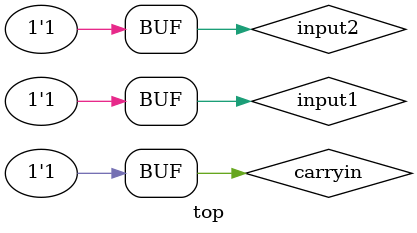
<source format=v>
/* Written by referencedesigner.com */

`timescale 1ns / 100ps

module top; 

reg input1;
reg input2;
reg carryin;

wire out;
wire carryout;

fulladder uut (
    .x(input1),
    .y(input2),
    .cin(carryin),
    .A(out),
    .cout(carryout)
);

initial begin
    $dumpfile("test.vcd");
    $dumpvars(0,top);
    input1 = 0;
    input2 = 0;
    carryin = 0;

    #20; input1 = 0; input2 = 0;
    #20; input1 = 0; input2 = 1;
    #20; input1 = 1; input2 = 0;
    #20; input1 = 1; input2 = 1;
    #20; carryin = 1;
    #20; input1 = 0; input2 = 0;
    #20; input1 = 0; input2 = 1;
    #20; input1 = 1; input2 = 0;
    #20; input1 = 1; input2 = 1;
    #40;

    //#20; input1 = 1;
    //#20; input2 = 1;
    //#20; input1 = 0;
    //#20; carryin = 1;
    //#20; input2 = 0;
    //#20; input1 = 1;
    //#20; input2 = 1;
    //#40;
end

initial begin
$monitor("time = %2d, \tCIN = %1b, \tIN1 = %1b, \tIN2 = %1b, \tCOUT = %1b, \tOUT = %1b",$time,carryin,input2,input1,carryout,out);
end

endmodule

</source>
